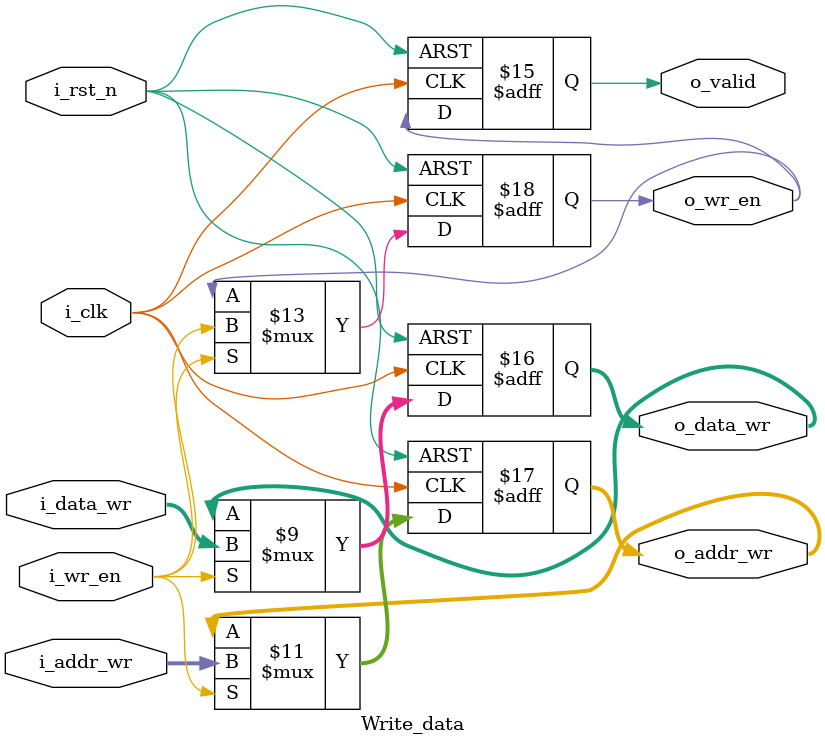
<source format=sv>
module Write_data #(
    parameter SIZE_ADDR     = 8 ,
    parameter SIZE_DATA     = 8  
)(
    input logic                     i_clk       ,
    input logic                     i_rst_n     ,

    input logic                     i_wr_en     ,
    input logic [SIZE_ADDR-1:0]     i_addr_wr   ,
    input logic [SIZE_DATA-1:0]     i_data_wr   ,

    output logic                    o_wr_en     ,
    output logic [SIZE_ADDR-1:0]    o_addr_wr   ,
    output logic [SIZE_DATA-1:0]    o_data_wr   ,
    output logic                    o_valid      
);

always_ff @( posedge i_clk or negedge i_rst_n ) begin : proc_wr_en
    if(~i_rst_n) begin
        o_wr_en     <= '0;
    end else if(i_wr_en) begin
        o_wr_en     <= i_wr_en;
    end
end

always_ff @( posedge i_clk or negedge i_rst_n ) begin : proc_addr_wr
    if(~i_rst_n) begin
        o_addr_wr   <= '0;
    end else if(i_wr_en) begin
        o_addr_wr   <= i_addr_wr;
    end
end

always_ff @( posedge i_clk or negedge i_rst_n ) begin : proc_data_wr
    if(~i_rst_n) begin
        o_data_wr   <= '0;
    end else if(i_wr_en) begin
        o_data_wr   <= i_data_wr;
    end
end

always_ff @( posedge i_clk or negedge i_rst_n ) begin : proc_valid
    if(~i_rst_n) begin
        o_valid     <= '0;
    end else begin
        o_valid     <= o_wr_en;
    end
end


endmodule

</source>
